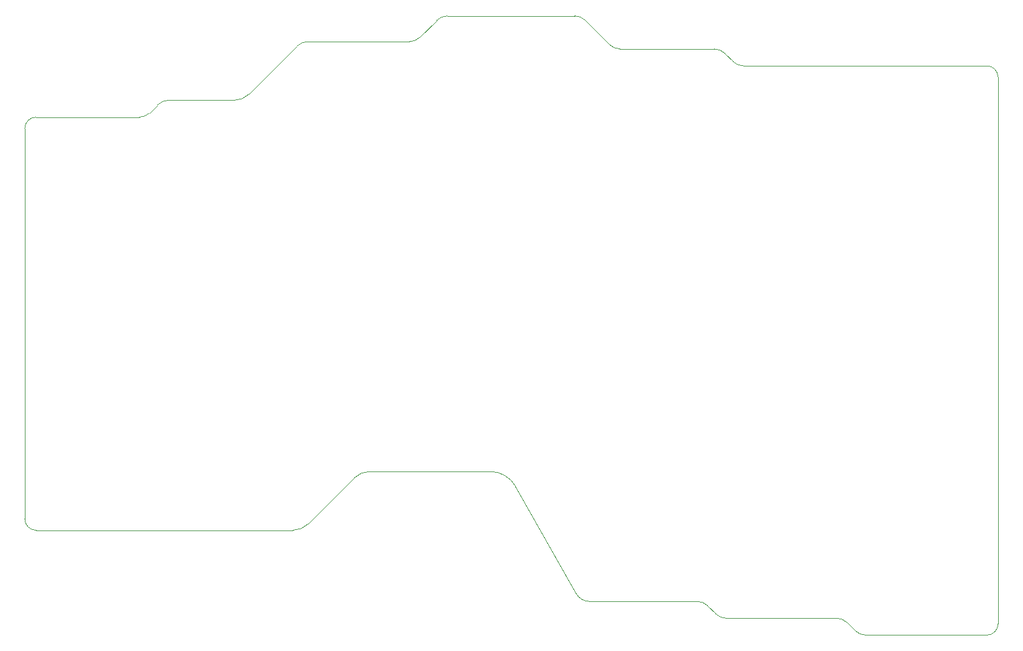
<source format=gm1>
%TF.GenerationSoftware,KiCad,Pcbnew,9.0.7*%
%TF.CreationDate,2026-02-08T19:21:18+03:00*%
%TF.ProjectId,mriya-bottom-plate,6d726979-612d-4626-9f74-746f6d2d706c,1.1.3*%
%TF.SameCoordinates,Original*%
%TF.FileFunction,Profile,NP*%
%FSLAX46Y46*%
G04 Gerber Fmt 4.6, Leading zero omitted, Abs format (unit mm)*
G04 Created by KiCad (PCBNEW 9.0.7) date 2026-02-08 19:21:18*
%MOMM*%
%LPD*%
G01*
G04 APERTURE LIST*
%TA.AperFunction,Profile*%
%ADD10C,0.100000*%
%TD*%
G04 APERTURE END LIST*
D10*
X138628400Y-43150000D02*
G75*
G02*
X137249562Y-42578838I0J1949900D01*
G01*
X40750000Y-51700000D02*
G75*
G02*
X42300000Y-50150000I1550000J0D01*
G01*
X134671601Y-40850000D02*
X121828400Y-40850000D01*
X107604768Y-100456996D02*
X115882367Y-115108395D01*
X173350000Y-119200000D02*
G75*
G02*
X171800000Y-120750000I-1550000J0D01*
G01*
X96878844Y-36950445D02*
G75*
G02*
X98328400Y-36349960I1449556J-1449355D01*
G01*
X132371600Y-116150000D02*
G75*
G02*
X133750458Y-116721141I0J-1950000D01*
G01*
X79414056Y-105556655D02*
G75*
G02*
X77257400Y-106450001I-2156656J2156555D01*
G01*
X133750444Y-116721155D02*
X134878845Y-117849555D01*
X117667200Y-116150000D02*
G75*
G02*
X115882365Y-115108396I0J2050000D01*
G01*
X56371599Y-50150000D02*
X42300000Y-50150000D01*
X173350000Y-119200000D02*
X173350000Y-44700000D01*
X155328399Y-120750000D02*
G75*
G02*
X153878852Y-120149548I1J2049900D01*
G01*
X171800000Y-43150000D02*
G75*
G02*
X173350000Y-44700000I0J-1550000D01*
G01*
X77878877Y-40450412D02*
X71343324Y-46985965D01*
X137249555Y-42578845D02*
X136121155Y-41450445D01*
X58878844Y-48450445D02*
X57750445Y-49578845D01*
X77878877Y-40450412D02*
G75*
G02*
X79328400Y-39849960I1449523J-1449388D01*
G01*
X69257359Y-47850000D02*
X60328400Y-47850000D01*
X134671601Y-40850000D02*
G75*
G02*
X136121148Y-41450452I-1J-2049900D01*
G01*
X79414056Y-105556655D02*
X85656655Y-99314055D01*
X152750444Y-119021155D02*
X153878845Y-120149555D01*
X71343324Y-46985965D02*
G75*
G02*
X69257359Y-47849983I-2086024J2086165D01*
G01*
X104165600Y-98450000D02*
G75*
G02*
X107604742Y-100457011I0J-3950100D01*
G01*
X58878844Y-48450445D02*
G75*
G02*
X60328400Y-47849960I1449556J-1449355D01*
G01*
X87742601Y-98450000D02*
X104165600Y-98450000D01*
X94550445Y-39278845D02*
G75*
G02*
X93171599Y-39850023I-1378945J1378945D01*
G01*
X115671601Y-36350000D02*
X98328400Y-36350000D01*
X115671601Y-36350000D02*
G75*
G02*
X117121148Y-36950452I-1J-2049900D01*
G01*
X171800000Y-43150000D02*
X138628400Y-43150000D01*
X117667200Y-116150000D02*
X132371600Y-116150000D01*
X120449556Y-40278845D02*
X117121155Y-36950445D01*
X151371600Y-118450000D02*
G75*
G02*
X152750458Y-119021141I0J-1950000D01*
G01*
X57750445Y-49578845D02*
G75*
G02*
X56371599Y-50150023I-1378945J1378945D01*
G01*
X42300000Y-106450000D02*
X77257400Y-106450000D01*
X155328399Y-120750000D02*
X171800000Y-120750000D01*
X136328399Y-118450000D02*
G75*
G02*
X134878852Y-117849548I1J2049900D01*
G01*
X136328399Y-118450000D02*
X151371600Y-118450000D01*
X85656655Y-99314055D02*
G75*
G02*
X87742601Y-98450040I2085845J-2085745D01*
G01*
X42300000Y-106450000D02*
G75*
G02*
X40750000Y-104900000I0J1550000D01*
G01*
X40750000Y-51700000D02*
X40750000Y-104900000D01*
X93171599Y-39850000D02*
X79328400Y-39850000D01*
X121828400Y-40850000D02*
G75*
G02*
X120449542Y-40278859I0J1950000D01*
G01*
X96878844Y-36950445D02*
X94550445Y-39278845D01*
M02*

</source>
